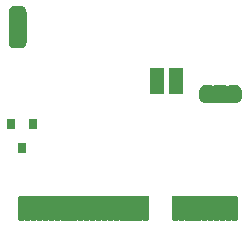
<source format=gbs>
%TF.GenerationSoftware,KiCad,Pcbnew,(5.1.8)-1*%
%TF.CreationDate,2020-12-18T16:25:40+01:00*%
%TF.ProjectId,TeensyMM,5465656e-7379-44d4-9d2e-6b696361645f,rev?*%
%TF.SameCoordinates,Original*%
%TF.FileFunction,Soldermask,Bot*%
%TF.FilePolarity,Negative*%
%FSLAX46Y46*%
G04 Gerber Fmt 4.6, Leading zero omitted, Abs format (unit mm)*
G04 Created by KiCad (PCBNEW (5.1.8)-1) date 2020-12-18 16:25:40*
%MOMM*%
%LPD*%
G01*
G04 APERTURE LIST*
%ADD10C,0.050800*%
%ADD11C,0.100000*%
%ADD12R,1.000000X1.500000*%
%ADD13R,1.150000X2.200000*%
%ADD14R,0.800000X0.900000*%
%ADD15R,1.500000X1.000000*%
G04 APERTURE END LIST*
D10*
%TO.C,JP1*%
G36*
X138811000Y-65074800D02*
G01*
X141147800Y-65074800D01*
X141147800Y-63652400D01*
X138811000Y-63652400D01*
X138811000Y-65074800D01*
G37*
X138811000Y-65074800D02*
X141147800Y-65074800D01*
X141147800Y-63652400D01*
X138811000Y-63652400D01*
X138811000Y-65074800D01*
D11*
%TO.C,JP2*%
G36*
X122109000Y-57504000D02*
G01*
X122109000Y-59904000D01*
X123509000Y-59904000D01*
X123509000Y-57504000D01*
X122109000Y-57504000D01*
G37*
X122109000Y-57504000D02*
X122109000Y-59904000D01*
X123509000Y-59904000D01*
X123509000Y-57504000D01*
X122109000Y-57504000D01*
%TD*%
D12*
%TO.C,JP1*%
X139979400Y-64363600D03*
D11*
G36*
X138679400Y-65112998D02*
G01*
X138654866Y-65112998D01*
X138606035Y-65108188D01*
X138557910Y-65098616D01*
X138510955Y-65084372D01*
X138465622Y-65065595D01*
X138422349Y-65042464D01*
X138381550Y-65015204D01*
X138343621Y-64984076D01*
X138308924Y-64949379D01*
X138277796Y-64911450D01*
X138250536Y-64870651D01*
X138227405Y-64827378D01*
X138208628Y-64782045D01*
X138194384Y-64735090D01*
X138184812Y-64686965D01*
X138180002Y-64638134D01*
X138180002Y-64613600D01*
X138179400Y-64613600D01*
X138179400Y-64113600D01*
X138180002Y-64113600D01*
X138180002Y-64089066D01*
X138184812Y-64040235D01*
X138194384Y-63992110D01*
X138208628Y-63945155D01*
X138227405Y-63899822D01*
X138250536Y-63856549D01*
X138277796Y-63815750D01*
X138308924Y-63777821D01*
X138343621Y-63743124D01*
X138381550Y-63711996D01*
X138422349Y-63684736D01*
X138465622Y-63661605D01*
X138510955Y-63642828D01*
X138557910Y-63628584D01*
X138606035Y-63619012D01*
X138654866Y-63614202D01*
X138679400Y-63614202D01*
X138679400Y-63613600D01*
X139229400Y-63613600D01*
X139229400Y-65113600D01*
X138679400Y-65113600D01*
X138679400Y-65112998D01*
G37*
G36*
X140729400Y-63613600D02*
G01*
X141279400Y-63613600D01*
X141279400Y-63614202D01*
X141303934Y-63614202D01*
X141352765Y-63619012D01*
X141400890Y-63628584D01*
X141447845Y-63642828D01*
X141493178Y-63661605D01*
X141536451Y-63684736D01*
X141577250Y-63711996D01*
X141615179Y-63743124D01*
X141649876Y-63777821D01*
X141681004Y-63815750D01*
X141708264Y-63856549D01*
X141731395Y-63899822D01*
X141750172Y-63945155D01*
X141764416Y-63992110D01*
X141773988Y-64040235D01*
X141778798Y-64089066D01*
X141778798Y-64113600D01*
X141779400Y-64113600D01*
X141779400Y-64613600D01*
X141778798Y-64613600D01*
X141778798Y-64638134D01*
X141773988Y-64686965D01*
X141764416Y-64735090D01*
X141750172Y-64782045D01*
X141731395Y-64827378D01*
X141708264Y-64870651D01*
X141681004Y-64911450D01*
X141649876Y-64949379D01*
X141615179Y-64984076D01*
X141577250Y-65015204D01*
X141536451Y-65042464D01*
X141493178Y-65065595D01*
X141447845Y-65084372D01*
X141400890Y-65098616D01*
X141352765Y-65108188D01*
X141303934Y-65112998D01*
X141279400Y-65112998D01*
X141279400Y-65113600D01*
X140729400Y-65113600D01*
X140729400Y-63613600D01*
G37*
%TD*%
D13*
%TO.C,Y2*%
X136182400Y-63271400D03*
X134632400Y-63271400D03*
%TD*%
D14*
%TO.C,D2*%
X123164600Y-68935600D03*
X124114600Y-66935600D03*
X122214600Y-66935600D03*
%TD*%
D11*
%TO.C,JP2*%
G36*
X123559000Y-59454000D02*
G01*
X123559000Y-60004000D01*
X123558398Y-60004000D01*
X123558398Y-60028534D01*
X123553588Y-60077365D01*
X123544016Y-60125490D01*
X123529772Y-60172445D01*
X123510995Y-60217778D01*
X123487864Y-60261051D01*
X123460604Y-60301850D01*
X123429476Y-60339779D01*
X123394779Y-60374476D01*
X123356850Y-60405604D01*
X123316051Y-60432864D01*
X123272778Y-60455995D01*
X123227445Y-60474772D01*
X123180490Y-60489016D01*
X123132365Y-60498588D01*
X123083534Y-60503398D01*
X123059000Y-60503398D01*
X123059000Y-60504000D01*
X122559000Y-60504000D01*
X122559000Y-60503398D01*
X122534466Y-60503398D01*
X122485635Y-60498588D01*
X122437510Y-60489016D01*
X122390555Y-60474772D01*
X122345222Y-60455995D01*
X122301949Y-60432864D01*
X122261150Y-60405604D01*
X122223221Y-60374476D01*
X122188524Y-60339779D01*
X122157396Y-60301850D01*
X122130136Y-60261051D01*
X122107005Y-60217778D01*
X122088228Y-60172445D01*
X122073984Y-60125490D01*
X122064412Y-60077365D01*
X122059602Y-60028534D01*
X122059602Y-60004000D01*
X122059000Y-60004000D01*
X122059000Y-59454000D01*
X123559000Y-59454000D01*
G37*
D15*
X122809000Y-58704000D03*
D11*
G36*
X122059602Y-57404000D02*
G01*
X122059602Y-57379466D01*
X122064412Y-57330635D01*
X122073984Y-57282510D01*
X122088228Y-57235555D01*
X122107005Y-57190222D01*
X122130136Y-57146949D01*
X122157396Y-57106150D01*
X122188524Y-57068221D01*
X122223221Y-57033524D01*
X122261150Y-57002396D01*
X122301949Y-56975136D01*
X122345222Y-56952005D01*
X122390555Y-56933228D01*
X122437510Y-56918984D01*
X122485635Y-56909412D01*
X122534466Y-56904602D01*
X122559000Y-56904602D01*
X122559000Y-56904000D01*
X123059000Y-56904000D01*
X123059000Y-56904602D01*
X123083534Y-56904602D01*
X123132365Y-56909412D01*
X123180490Y-56918984D01*
X123227445Y-56933228D01*
X123272778Y-56952005D01*
X123316051Y-56975136D01*
X123356850Y-57002396D01*
X123394779Y-57033524D01*
X123429476Y-57068221D01*
X123460604Y-57106150D01*
X123487864Y-57146949D01*
X123510995Y-57190222D01*
X123529772Y-57235555D01*
X123544016Y-57282510D01*
X123553588Y-57330635D01*
X123558398Y-57379466D01*
X123558398Y-57404000D01*
X123559000Y-57404000D01*
X123559000Y-57954000D01*
X122059000Y-57954000D01*
X122059000Y-57404000D01*
X122059602Y-57404000D01*
G37*
%TD*%
%TO.C,J1*%
G36*
G01*
X122878500Y-75015000D02*
X122878500Y-73065000D01*
G75*
G02*
X122980100Y-72963400I101600J0D01*
G01*
X123330100Y-72963400D01*
G75*
G02*
X123431700Y-73065000I0J-101600D01*
G01*
X123431700Y-75015000D01*
G75*
G02*
X123330100Y-75116600I-101600J0D01*
G01*
X122980100Y-75116600D01*
G75*
G02*
X122878500Y-75015000I0J101600D01*
G01*
G37*
G36*
G01*
X123378500Y-75015000D02*
X123378500Y-73065000D01*
G75*
G02*
X123480100Y-72963400I101600J0D01*
G01*
X123830100Y-72963400D01*
G75*
G02*
X123931700Y-73065000I0J-101600D01*
G01*
X123931700Y-75015000D01*
G75*
G02*
X123830100Y-75116600I-101600J0D01*
G01*
X123480100Y-75116600D01*
G75*
G02*
X123378500Y-75015000I0J101600D01*
G01*
G37*
G36*
G01*
X123878500Y-75015000D02*
X123878500Y-73065000D01*
G75*
G02*
X123980100Y-72963400I101600J0D01*
G01*
X124330100Y-72963400D01*
G75*
G02*
X124431700Y-73065000I0J-101600D01*
G01*
X124431700Y-75015000D01*
G75*
G02*
X124330100Y-75116600I-101600J0D01*
G01*
X123980100Y-75116600D01*
G75*
G02*
X123878500Y-75015000I0J101600D01*
G01*
G37*
G36*
G01*
X124378500Y-75015000D02*
X124378500Y-73065000D01*
G75*
G02*
X124480100Y-72963400I101600J0D01*
G01*
X124830100Y-72963400D01*
G75*
G02*
X124931700Y-73065000I0J-101600D01*
G01*
X124931700Y-75015000D01*
G75*
G02*
X124830100Y-75116600I-101600J0D01*
G01*
X124480100Y-75116600D01*
G75*
G02*
X124378500Y-75015000I0J101600D01*
G01*
G37*
G36*
G01*
X124878500Y-75015000D02*
X124878500Y-73065000D01*
G75*
G02*
X124980100Y-72963400I101600J0D01*
G01*
X125330100Y-72963400D01*
G75*
G02*
X125431700Y-73065000I0J-101600D01*
G01*
X125431700Y-75015000D01*
G75*
G02*
X125330100Y-75116600I-101600J0D01*
G01*
X124980100Y-75116600D01*
G75*
G02*
X124878500Y-75015000I0J101600D01*
G01*
G37*
G36*
G01*
X125378500Y-75015000D02*
X125378500Y-73065000D01*
G75*
G02*
X125480100Y-72963400I101600J0D01*
G01*
X125830100Y-72963400D01*
G75*
G02*
X125931700Y-73065000I0J-101600D01*
G01*
X125931700Y-75015000D01*
G75*
G02*
X125830100Y-75116600I-101600J0D01*
G01*
X125480100Y-75116600D01*
G75*
G02*
X125378500Y-75015000I0J101600D01*
G01*
G37*
G36*
G01*
X125878500Y-75015000D02*
X125878500Y-73065000D01*
G75*
G02*
X125980100Y-72963400I101600J0D01*
G01*
X126330100Y-72963400D01*
G75*
G02*
X126431700Y-73065000I0J-101600D01*
G01*
X126431700Y-75015000D01*
G75*
G02*
X126330100Y-75116600I-101600J0D01*
G01*
X125980100Y-75116600D01*
G75*
G02*
X125878500Y-75015000I0J101600D01*
G01*
G37*
G36*
G01*
X126378500Y-75015000D02*
X126378500Y-73065000D01*
G75*
G02*
X126480100Y-72963400I101600J0D01*
G01*
X126830100Y-72963400D01*
G75*
G02*
X126931700Y-73065000I0J-101600D01*
G01*
X126931700Y-75015000D01*
G75*
G02*
X126830100Y-75116600I-101600J0D01*
G01*
X126480100Y-75116600D01*
G75*
G02*
X126378500Y-75015000I0J101600D01*
G01*
G37*
G36*
G01*
X126878500Y-75015000D02*
X126878500Y-73065000D01*
G75*
G02*
X126980100Y-72963400I101600J0D01*
G01*
X127330100Y-72963400D01*
G75*
G02*
X127431700Y-73065000I0J-101600D01*
G01*
X127431700Y-75015000D01*
G75*
G02*
X127330100Y-75116600I-101600J0D01*
G01*
X126980100Y-75116600D01*
G75*
G02*
X126878500Y-75015000I0J101600D01*
G01*
G37*
G36*
G01*
X127378500Y-75015000D02*
X127378500Y-73065000D01*
G75*
G02*
X127480100Y-72963400I101600J0D01*
G01*
X127830100Y-72963400D01*
G75*
G02*
X127931700Y-73065000I0J-101600D01*
G01*
X127931700Y-75015000D01*
G75*
G02*
X127830100Y-75116600I-101600J0D01*
G01*
X127480100Y-75116600D01*
G75*
G02*
X127378500Y-75015000I0J101600D01*
G01*
G37*
G36*
G01*
X127878500Y-75015000D02*
X127878500Y-73065000D01*
G75*
G02*
X127980100Y-72963400I101600J0D01*
G01*
X128330100Y-72963400D01*
G75*
G02*
X128431700Y-73065000I0J-101600D01*
G01*
X128431700Y-75015000D01*
G75*
G02*
X128330100Y-75116600I-101600J0D01*
G01*
X127980100Y-75116600D01*
G75*
G02*
X127878500Y-75015000I0J101600D01*
G01*
G37*
G36*
G01*
X128378500Y-75015000D02*
X128378500Y-73065000D01*
G75*
G02*
X128480100Y-72963400I101600J0D01*
G01*
X128830100Y-72963400D01*
G75*
G02*
X128931700Y-73065000I0J-101600D01*
G01*
X128931700Y-75015000D01*
G75*
G02*
X128830100Y-75116600I-101600J0D01*
G01*
X128480100Y-75116600D01*
G75*
G02*
X128378500Y-75015000I0J101600D01*
G01*
G37*
G36*
G01*
X128878500Y-75015000D02*
X128878500Y-73065000D01*
G75*
G02*
X128980100Y-72963400I101600J0D01*
G01*
X129330100Y-72963400D01*
G75*
G02*
X129431700Y-73065000I0J-101600D01*
G01*
X129431700Y-75015000D01*
G75*
G02*
X129330100Y-75116600I-101600J0D01*
G01*
X128980100Y-75116600D01*
G75*
G02*
X128878500Y-75015000I0J101600D01*
G01*
G37*
G36*
G01*
X129378500Y-75015000D02*
X129378500Y-73065000D01*
G75*
G02*
X129480100Y-72963400I101600J0D01*
G01*
X129830100Y-72963400D01*
G75*
G02*
X129931700Y-73065000I0J-101600D01*
G01*
X129931700Y-75015000D01*
G75*
G02*
X129830100Y-75116600I-101600J0D01*
G01*
X129480100Y-75116600D01*
G75*
G02*
X129378500Y-75015000I0J101600D01*
G01*
G37*
G36*
G01*
X129878500Y-75015000D02*
X129878500Y-73065000D01*
G75*
G02*
X129980100Y-72963400I101600J0D01*
G01*
X130330100Y-72963400D01*
G75*
G02*
X130431700Y-73065000I0J-101600D01*
G01*
X130431700Y-75015000D01*
G75*
G02*
X130330100Y-75116600I-101600J0D01*
G01*
X129980100Y-75116600D01*
G75*
G02*
X129878500Y-75015000I0J101600D01*
G01*
G37*
G36*
G01*
X130378500Y-75015000D02*
X130378500Y-73065000D01*
G75*
G02*
X130480100Y-72963400I101600J0D01*
G01*
X130830100Y-72963400D01*
G75*
G02*
X130931700Y-73065000I0J-101600D01*
G01*
X130931700Y-75015000D01*
G75*
G02*
X130830100Y-75116600I-101600J0D01*
G01*
X130480100Y-75116600D01*
G75*
G02*
X130378500Y-75015000I0J101600D01*
G01*
G37*
G36*
G01*
X130878500Y-75015000D02*
X130878500Y-73065000D01*
G75*
G02*
X130980100Y-72963400I101600J0D01*
G01*
X131330100Y-72963400D01*
G75*
G02*
X131431700Y-73065000I0J-101600D01*
G01*
X131431700Y-75015000D01*
G75*
G02*
X131330100Y-75116600I-101600J0D01*
G01*
X130980100Y-75116600D01*
G75*
G02*
X130878500Y-75015000I0J101600D01*
G01*
G37*
G36*
G01*
X131378500Y-75015000D02*
X131378500Y-73065000D01*
G75*
G02*
X131480100Y-72963400I101600J0D01*
G01*
X131830100Y-72963400D01*
G75*
G02*
X131931700Y-73065000I0J-101600D01*
G01*
X131931700Y-75015000D01*
G75*
G02*
X131830100Y-75116600I-101600J0D01*
G01*
X131480100Y-75116600D01*
G75*
G02*
X131378500Y-75015000I0J101600D01*
G01*
G37*
G36*
G01*
X131878500Y-75015000D02*
X131878500Y-73065000D01*
G75*
G02*
X131980100Y-72963400I101600J0D01*
G01*
X132330100Y-72963400D01*
G75*
G02*
X132431700Y-73065000I0J-101600D01*
G01*
X132431700Y-75015000D01*
G75*
G02*
X132330100Y-75116600I-101600J0D01*
G01*
X131980100Y-75116600D01*
G75*
G02*
X131878500Y-75015000I0J101600D01*
G01*
G37*
G36*
G01*
X132378500Y-75015000D02*
X132378500Y-73065000D01*
G75*
G02*
X132480100Y-72963400I101600J0D01*
G01*
X132830100Y-72963400D01*
G75*
G02*
X132931700Y-73065000I0J-101600D01*
G01*
X132931700Y-75015000D01*
G75*
G02*
X132830100Y-75116600I-101600J0D01*
G01*
X132480100Y-75116600D01*
G75*
G02*
X132378500Y-75015000I0J101600D01*
G01*
G37*
G36*
G01*
X132878500Y-75015000D02*
X132878500Y-73065000D01*
G75*
G02*
X132980100Y-72963400I101600J0D01*
G01*
X133330100Y-72963400D01*
G75*
G02*
X133431700Y-73065000I0J-101600D01*
G01*
X133431700Y-75015000D01*
G75*
G02*
X133330100Y-75116600I-101600J0D01*
G01*
X132980100Y-75116600D01*
G75*
G02*
X132878500Y-75015000I0J101600D01*
G01*
G37*
G36*
G01*
X133378500Y-75015000D02*
X133378500Y-73065000D01*
G75*
G02*
X133480100Y-72963400I101600J0D01*
G01*
X133830100Y-72963400D01*
G75*
G02*
X133931700Y-73065000I0J-101600D01*
G01*
X133931700Y-75015000D01*
G75*
G02*
X133830100Y-75116600I-101600J0D01*
G01*
X133480100Y-75116600D01*
G75*
G02*
X133378500Y-75015000I0J101600D01*
G01*
G37*
G36*
G01*
X135878500Y-75015000D02*
X135878500Y-73065000D01*
G75*
G02*
X135980100Y-72963400I101600J0D01*
G01*
X136330100Y-72963400D01*
G75*
G02*
X136431700Y-73065000I0J-101600D01*
G01*
X136431700Y-75015000D01*
G75*
G02*
X136330100Y-75116600I-101600J0D01*
G01*
X135980100Y-75116600D01*
G75*
G02*
X135878500Y-75015000I0J101600D01*
G01*
G37*
G36*
G01*
X136378500Y-75015000D02*
X136378500Y-73065000D01*
G75*
G02*
X136480100Y-72963400I101600J0D01*
G01*
X136830100Y-72963400D01*
G75*
G02*
X136931700Y-73065000I0J-101600D01*
G01*
X136931700Y-75015000D01*
G75*
G02*
X136830100Y-75116600I-101600J0D01*
G01*
X136480100Y-75116600D01*
G75*
G02*
X136378500Y-75015000I0J101600D01*
G01*
G37*
G36*
G01*
X136878500Y-75015000D02*
X136878500Y-73065000D01*
G75*
G02*
X136980100Y-72963400I101600J0D01*
G01*
X137330100Y-72963400D01*
G75*
G02*
X137431700Y-73065000I0J-101600D01*
G01*
X137431700Y-75015000D01*
G75*
G02*
X137330100Y-75116600I-101600J0D01*
G01*
X136980100Y-75116600D01*
G75*
G02*
X136878500Y-75015000I0J101600D01*
G01*
G37*
G36*
G01*
X137378500Y-75015000D02*
X137378500Y-73065000D01*
G75*
G02*
X137480100Y-72963400I101600J0D01*
G01*
X137830100Y-72963400D01*
G75*
G02*
X137931700Y-73065000I0J-101600D01*
G01*
X137931700Y-75015000D01*
G75*
G02*
X137830100Y-75116600I-101600J0D01*
G01*
X137480100Y-75116600D01*
G75*
G02*
X137378500Y-75015000I0J101600D01*
G01*
G37*
G36*
G01*
X137878500Y-75015000D02*
X137878500Y-73065000D01*
G75*
G02*
X137980100Y-72963400I101600J0D01*
G01*
X138330100Y-72963400D01*
G75*
G02*
X138431700Y-73065000I0J-101600D01*
G01*
X138431700Y-75015000D01*
G75*
G02*
X138330100Y-75116600I-101600J0D01*
G01*
X137980100Y-75116600D01*
G75*
G02*
X137878500Y-75015000I0J101600D01*
G01*
G37*
G36*
G01*
X138378500Y-75015000D02*
X138378500Y-73065000D01*
G75*
G02*
X138480100Y-72963400I101600J0D01*
G01*
X138830100Y-72963400D01*
G75*
G02*
X138931700Y-73065000I0J-101600D01*
G01*
X138931700Y-75015000D01*
G75*
G02*
X138830100Y-75116600I-101600J0D01*
G01*
X138480100Y-75116600D01*
G75*
G02*
X138378500Y-75015000I0J101600D01*
G01*
G37*
G36*
G01*
X138878500Y-75015000D02*
X138878500Y-73065000D01*
G75*
G02*
X138980100Y-72963400I101600J0D01*
G01*
X139330100Y-72963400D01*
G75*
G02*
X139431700Y-73065000I0J-101600D01*
G01*
X139431700Y-75015000D01*
G75*
G02*
X139330100Y-75116600I-101600J0D01*
G01*
X138980100Y-75116600D01*
G75*
G02*
X138878500Y-75015000I0J101600D01*
G01*
G37*
G36*
G01*
X139378500Y-75015000D02*
X139378500Y-73065000D01*
G75*
G02*
X139480100Y-72963400I101600J0D01*
G01*
X139830100Y-72963400D01*
G75*
G02*
X139931700Y-73065000I0J-101600D01*
G01*
X139931700Y-75015000D01*
G75*
G02*
X139830100Y-75116600I-101600J0D01*
G01*
X139480100Y-75116600D01*
G75*
G02*
X139378500Y-75015000I0J101600D01*
G01*
G37*
G36*
G01*
X139878500Y-75015000D02*
X139878500Y-73065000D01*
G75*
G02*
X139980100Y-72963400I101600J0D01*
G01*
X140330100Y-72963400D01*
G75*
G02*
X140431700Y-73065000I0J-101600D01*
G01*
X140431700Y-75015000D01*
G75*
G02*
X140330100Y-75116600I-101600J0D01*
G01*
X139980100Y-75116600D01*
G75*
G02*
X139878500Y-75015000I0J101600D01*
G01*
G37*
G36*
G01*
X140378500Y-75015000D02*
X140378500Y-73065000D01*
G75*
G02*
X140480100Y-72963400I101600J0D01*
G01*
X140830100Y-72963400D01*
G75*
G02*
X140931700Y-73065000I0J-101600D01*
G01*
X140931700Y-75015000D01*
G75*
G02*
X140830100Y-75116600I-101600J0D01*
G01*
X140480100Y-75116600D01*
G75*
G02*
X140378500Y-75015000I0J101600D01*
G01*
G37*
G36*
G01*
X140878500Y-75015000D02*
X140878500Y-73065000D01*
G75*
G02*
X140980100Y-72963400I101600J0D01*
G01*
X141330100Y-72963400D01*
G75*
G02*
X141431700Y-73065000I0J-101600D01*
G01*
X141431700Y-75015000D01*
G75*
G02*
X141330100Y-75116600I-101600J0D01*
G01*
X140980100Y-75116600D01*
G75*
G02*
X140878500Y-75015000I0J101600D01*
G01*
G37*
%TD*%
M02*

</source>
